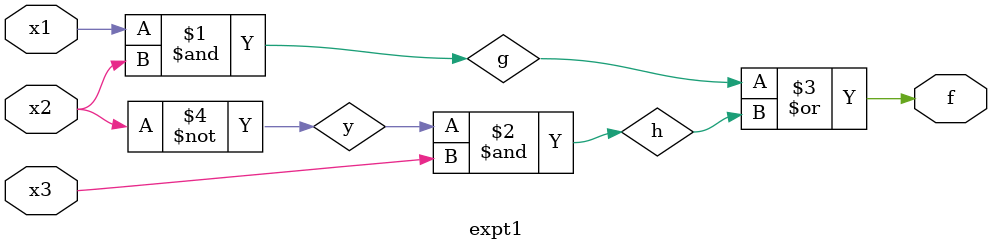
<source format=v>
module expt1(f,x1,x2,x3); 

input x1,x2,x3; 
output f; 
and (g,x1,x2); 
not (y,x2); 
and (h,y,x3); 
or (f,g,h); 

endmodule 
</source>
